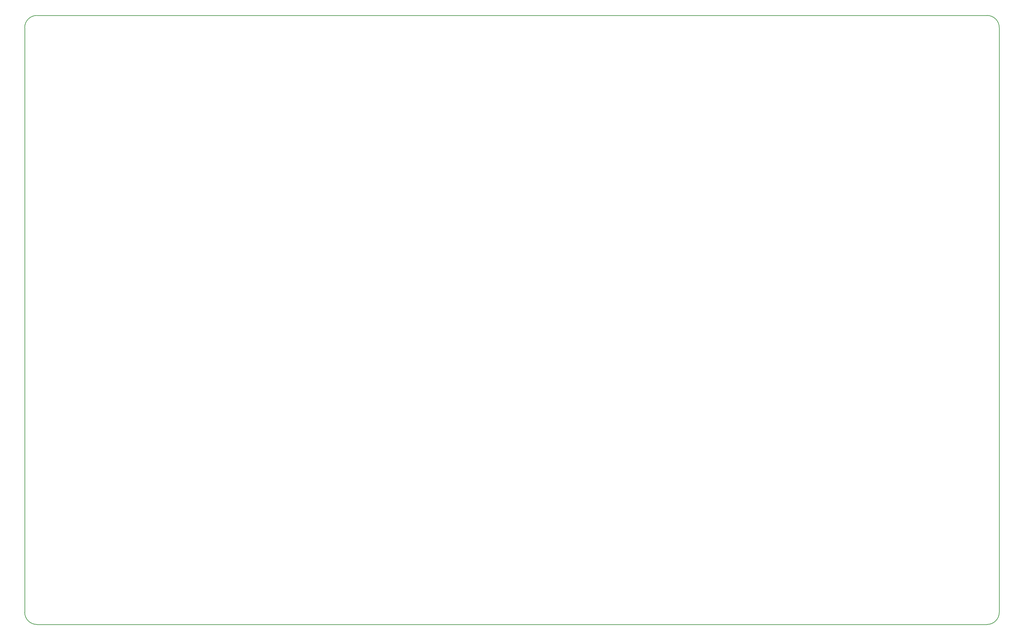
<source format=gm1>
G04*
G04 #@! TF.GenerationSoftware,Altium Limited,Altium Designer,18.1.7 (191)*
G04*
G04 Layer_Color=16711935*
%FSLAX25Y25*%
%MOIN*%
G70*
G01*
G75*
%ADD19C,0.01000*%
D19*
X19685Y984252D02*
G03*
X0Y964567I0J-19685D01*
G01*
X0Y19685D02*
G03*
X19685Y0I19685J0D01*
G01*
X1555118Y0D02*
G03*
X1574803Y19685I0J19685D01*
G01*
X1574803Y964567D02*
G03*
X1555118Y984252I-19685J0D01*
G01*
X19685D02*
X1555118D01*
X19685Y0D02*
X1555118D01*
X0Y19685D02*
Y964567D01*
X1574803Y19685D02*
Y964567D01*
M02*

</source>
